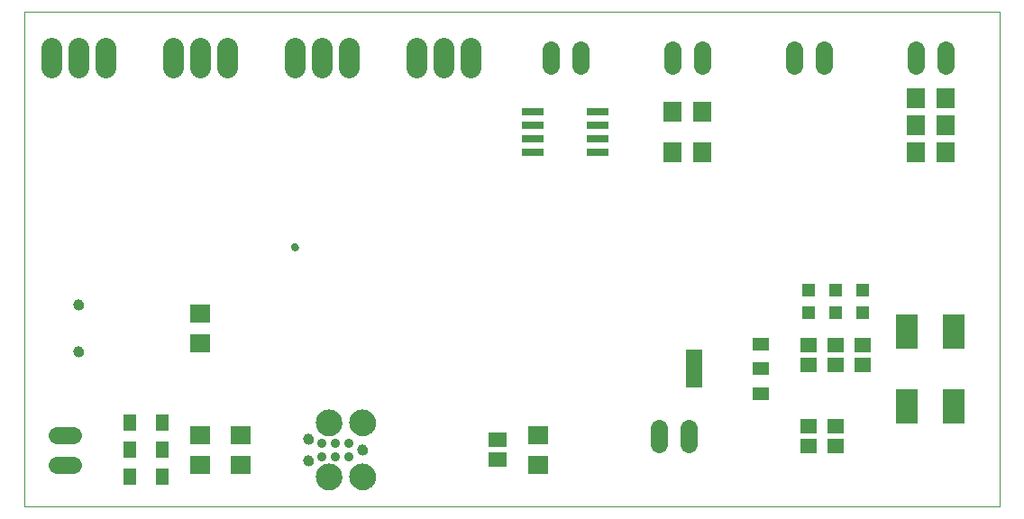
<source format=gbs>
G75*
%MOIN*%
%OFA0B0*%
%FSLAX24Y24*%
%IPPOS*%
%LPD*%
%AMOC8*
5,1,8,0,0,1.08239X$1,22.5*
%
%ADD10C,0.0000*%
%ADD11C,0.0276*%
%ADD12C,0.0350*%
%ADD13C,0.0390*%
%ADD14C,0.0975*%
%ADD15R,0.0749X0.0670*%
%ADD16R,0.0512X0.0591*%
%ADD17R,0.0670X0.0552*%
%ADD18C,0.0394*%
%ADD19R,0.0631X0.0552*%
%ADD20R,0.0512X0.0512*%
%ADD21R,0.0790X0.1290*%
%ADD22C,0.0640*%
%ADD23R,0.0670X0.0749*%
%ADD24R,0.0840X0.0300*%
%ADD25R,0.0591X0.0512*%
%ADD26R,0.0591X0.1418*%
%ADD27C,0.0780*%
D10*
X003100Y000158D02*
X003100Y018454D01*
X039170Y018454D01*
X039170Y000158D01*
X003100Y000158D01*
X004923Y005892D02*
X004925Y005918D01*
X004931Y005944D01*
X004941Y005969D01*
X004954Y005992D01*
X004970Y006012D01*
X004990Y006030D01*
X005012Y006045D01*
X005035Y006057D01*
X005061Y006065D01*
X005087Y006069D01*
X005113Y006069D01*
X005139Y006065D01*
X005165Y006057D01*
X005189Y006045D01*
X005210Y006030D01*
X005230Y006012D01*
X005246Y005992D01*
X005259Y005969D01*
X005269Y005944D01*
X005275Y005918D01*
X005277Y005892D01*
X005275Y005866D01*
X005269Y005840D01*
X005259Y005815D01*
X005246Y005792D01*
X005230Y005772D01*
X005210Y005754D01*
X005188Y005739D01*
X005165Y005727D01*
X005139Y005719D01*
X005113Y005715D01*
X005087Y005715D01*
X005061Y005719D01*
X005035Y005727D01*
X005011Y005739D01*
X004990Y005754D01*
X004970Y005772D01*
X004954Y005792D01*
X004941Y005815D01*
X004931Y005840D01*
X004925Y005866D01*
X004923Y005892D01*
X004923Y007624D02*
X004925Y007650D01*
X004931Y007676D01*
X004941Y007701D01*
X004954Y007724D01*
X004970Y007744D01*
X004990Y007762D01*
X005012Y007777D01*
X005035Y007789D01*
X005061Y007797D01*
X005087Y007801D01*
X005113Y007801D01*
X005139Y007797D01*
X005165Y007789D01*
X005189Y007777D01*
X005210Y007762D01*
X005230Y007744D01*
X005246Y007724D01*
X005259Y007701D01*
X005269Y007676D01*
X005275Y007650D01*
X005277Y007624D01*
X005275Y007598D01*
X005269Y007572D01*
X005259Y007547D01*
X005246Y007524D01*
X005230Y007504D01*
X005210Y007486D01*
X005188Y007471D01*
X005165Y007459D01*
X005139Y007451D01*
X005113Y007447D01*
X005087Y007447D01*
X005061Y007451D01*
X005035Y007459D01*
X005011Y007471D01*
X004990Y007486D01*
X004970Y007504D01*
X004954Y007524D01*
X004941Y007547D01*
X004931Y007572D01*
X004925Y007598D01*
X004923Y007624D01*
X012982Y009758D02*
X012984Y009779D01*
X012990Y009799D01*
X012999Y009819D01*
X013011Y009836D01*
X013026Y009850D01*
X013044Y009862D01*
X013064Y009870D01*
X013084Y009875D01*
X013105Y009876D01*
X013126Y009873D01*
X013146Y009867D01*
X013165Y009856D01*
X013182Y009843D01*
X013195Y009827D01*
X013206Y009809D01*
X013214Y009789D01*
X013218Y009769D01*
X013218Y009747D01*
X013214Y009727D01*
X013206Y009707D01*
X013195Y009689D01*
X013182Y009673D01*
X013165Y009660D01*
X013146Y009649D01*
X013126Y009643D01*
X013105Y009640D01*
X013084Y009641D01*
X013064Y009646D01*
X013044Y009654D01*
X013026Y009666D01*
X013011Y009680D01*
X012999Y009697D01*
X012990Y009717D01*
X012984Y009737D01*
X012982Y009758D01*
X013883Y003258D02*
X013885Y003301D01*
X013891Y003344D01*
X013901Y003386D01*
X013915Y003427D01*
X013932Y003466D01*
X013953Y003504D01*
X013977Y003539D01*
X014005Y003573D01*
X014035Y003603D01*
X014069Y003631D01*
X014104Y003655D01*
X014142Y003676D01*
X014181Y003693D01*
X014222Y003707D01*
X014264Y003717D01*
X014307Y003723D01*
X014350Y003725D01*
X014393Y003723D01*
X014436Y003717D01*
X014478Y003707D01*
X014519Y003693D01*
X014558Y003676D01*
X014596Y003655D01*
X014631Y003631D01*
X014665Y003603D01*
X014695Y003573D01*
X014723Y003539D01*
X014747Y003504D01*
X014768Y003466D01*
X014785Y003427D01*
X014799Y003386D01*
X014809Y003344D01*
X014815Y003301D01*
X014817Y003258D01*
X014815Y003215D01*
X014809Y003172D01*
X014799Y003130D01*
X014785Y003089D01*
X014768Y003050D01*
X014747Y003012D01*
X014723Y002977D01*
X014695Y002943D01*
X014665Y002913D01*
X014631Y002885D01*
X014596Y002861D01*
X014558Y002840D01*
X014519Y002823D01*
X014478Y002809D01*
X014436Y002799D01*
X014393Y002793D01*
X014350Y002791D01*
X014307Y002793D01*
X014264Y002799D01*
X014222Y002809D01*
X014181Y002823D01*
X014142Y002840D01*
X014104Y002861D01*
X014069Y002885D01*
X014035Y002913D01*
X014005Y002943D01*
X013977Y002977D01*
X013953Y003012D01*
X013932Y003050D01*
X013915Y003089D01*
X013901Y003130D01*
X013891Y003172D01*
X013885Y003215D01*
X013883Y003258D01*
X013425Y002658D02*
X013427Y002684D01*
X013433Y002710D01*
X013442Y002734D01*
X013455Y002757D01*
X013472Y002777D01*
X013491Y002795D01*
X013513Y002810D01*
X013536Y002821D01*
X013561Y002829D01*
X013587Y002833D01*
X013613Y002833D01*
X013639Y002829D01*
X013664Y002821D01*
X013688Y002810D01*
X013709Y002795D01*
X013728Y002777D01*
X013745Y002757D01*
X013758Y002734D01*
X013767Y002710D01*
X013773Y002684D01*
X013775Y002658D01*
X013773Y002632D01*
X013767Y002606D01*
X013758Y002582D01*
X013745Y002559D01*
X013728Y002539D01*
X013709Y002521D01*
X013687Y002506D01*
X013664Y002495D01*
X013639Y002487D01*
X013613Y002483D01*
X013587Y002483D01*
X013561Y002487D01*
X013536Y002495D01*
X013512Y002506D01*
X013491Y002521D01*
X013472Y002539D01*
X013455Y002559D01*
X013442Y002582D01*
X013433Y002606D01*
X013427Y002632D01*
X013425Y002658D01*
X013425Y001858D02*
X013427Y001884D01*
X013433Y001910D01*
X013442Y001934D01*
X013455Y001957D01*
X013472Y001977D01*
X013491Y001995D01*
X013513Y002010D01*
X013536Y002021D01*
X013561Y002029D01*
X013587Y002033D01*
X013613Y002033D01*
X013639Y002029D01*
X013664Y002021D01*
X013688Y002010D01*
X013709Y001995D01*
X013728Y001977D01*
X013745Y001957D01*
X013758Y001934D01*
X013767Y001910D01*
X013773Y001884D01*
X013775Y001858D01*
X013773Y001832D01*
X013767Y001806D01*
X013758Y001782D01*
X013745Y001759D01*
X013728Y001739D01*
X013709Y001721D01*
X013687Y001706D01*
X013664Y001695D01*
X013639Y001687D01*
X013613Y001683D01*
X013587Y001683D01*
X013561Y001687D01*
X013536Y001695D01*
X013512Y001706D01*
X013491Y001721D01*
X013472Y001739D01*
X013455Y001759D01*
X013442Y001782D01*
X013433Y001806D01*
X013427Y001832D01*
X013425Y001858D01*
X013883Y001258D02*
X013885Y001301D01*
X013891Y001344D01*
X013901Y001386D01*
X013915Y001427D01*
X013932Y001466D01*
X013953Y001504D01*
X013977Y001539D01*
X014005Y001573D01*
X014035Y001603D01*
X014069Y001631D01*
X014104Y001655D01*
X014142Y001676D01*
X014181Y001693D01*
X014222Y001707D01*
X014264Y001717D01*
X014307Y001723D01*
X014350Y001725D01*
X014393Y001723D01*
X014436Y001717D01*
X014478Y001707D01*
X014519Y001693D01*
X014558Y001676D01*
X014596Y001655D01*
X014631Y001631D01*
X014665Y001603D01*
X014695Y001573D01*
X014723Y001539D01*
X014747Y001504D01*
X014768Y001466D01*
X014785Y001427D01*
X014799Y001386D01*
X014809Y001344D01*
X014815Y001301D01*
X014817Y001258D01*
X014815Y001215D01*
X014809Y001172D01*
X014799Y001130D01*
X014785Y001089D01*
X014768Y001050D01*
X014747Y001012D01*
X014723Y000977D01*
X014695Y000943D01*
X014665Y000913D01*
X014631Y000885D01*
X014596Y000861D01*
X014558Y000840D01*
X014519Y000823D01*
X014478Y000809D01*
X014436Y000799D01*
X014393Y000793D01*
X014350Y000791D01*
X014307Y000793D01*
X014264Y000799D01*
X014222Y000809D01*
X014181Y000823D01*
X014142Y000840D01*
X014104Y000861D01*
X014069Y000885D01*
X014035Y000913D01*
X014005Y000943D01*
X013977Y000977D01*
X013953Y001012D01*
X013932Y001050D01*
X013915Y001089D01*
X013901Y001130D01*
X013891Y001172D01*
X013885Y001215D01*
X013883Y001258D01*
X015133Y001258D02*
X015135Y001301D01*
X015141Y001344D01*
X015151Y001386D01*
X015165Y001427D01*
X015182Y001466D01*
X015203Y001504D01*
X015227Y001539D01*
X015255Y001573D01*
X015285Y001603D01*
X015319Y001631D01*
X015354Y001655D01*
X015392Y001676D01*
X015431Y001693D01*
X015472Y001707D01*
X015514Y001717D01*
X015557Y001723D01*
X015600Y001725D01*
X015643Y001723D01*
X015686Y001717D01*
X015728Y001707D01*
X015769Y001693D01*
X015808Y001676D01*
X015846Y001655D01*
X015881Y001631D01*
X015915Y001603D01*
X015945Y001573D01*
X015973Y001539D01*
X015997Y001504D01*
X016018Y001466D01*
X016035Y001427D01*
X016049Y001386D01*
X016059Y001344D01*
X016065Y001301D01*
X016067Y001258D01*
X016065Y001215D01*
X016059Y001172D01*
X016049Y001130D01*
X016035Y001089D01*
X016018Y001050D01*
X015997Y001012D01*
X015973Y000977D01*
X015945Y000943D01*
X015915Y000913D01*
X015881Y000885D01*
X015846Y000861D01*
X015808Y000840D01*
X015769Y000823D01*
X015728Y000809D01*
X015686Y000799D01*
X015643Y000793D01*
X015600Y000791D01*
X015557Y000793D01*
X015514Y000799D01*
X015472Y000809D01*
X015431Y000823D01*
X015392Y000840D01*
X015354Y000861D01*
X015319Y000885D01*
X015285Y000913D01*
X015255Y000943D01*
X015227Y000977D01*
X015203Y001012D01*
X015182Y001050D01*
X015165Y001089D01*
X015151Y001130D01*
X015141Y001172D01*
X015135Y001215D01*
X015133Y001258D01*
X015425Y002258D02*
X015427Y002284D01*
X015433Y002310D01*
X015442Y002334D01*
X015455Y002357D01*
X015472Y002377D01*
X015491Y002395D01*
X015513Y002410D01*
X015536Y002421D01*
X015561Y002429D01*
X015587Y002433D01*
X015613Y002433D01*
X015639Y002429D01*
X015664Y002421D01*
X015688Y002410D01*
X015709Y002395D01*
X015728Y002377D01*
X015745Y002357D01*
X015758Y002334D01*
X015767Y002310D01*
X015773Y002284D01*
X015775Y002258D01*
X015773Y002232D01*
X015767Y002206D01*
X015758Y002182D01*
X015745Y002159D01*
X015728Y002139D01*
X015709Y002121D01*
X015687Y002106D01*
X015664Y002095D01*
X015639Y002087D01*
X015613Y002083D01*
X015587Y002083D01*
X015561Y002087D01*
X015536Y002095D01*
X015512Y002106D01*
X015491Y002121D01*
X015472Y002139D01*
X015455Y002159D01*
X015442Y002182D01*
X015433Y002206D01*
X015427Y002232D01*
X015425Y002258D01*
X015133Y003258D02*
X015135Y003301D01*
X015141Y003344D01*
X015151Y003386D01*
X015165Y003427D01*
X015182Y003466D01*
X015203Y003504D01*
X015227Y003539D01*
X015255Y003573D01*
X015285Y003603D01*
X015319Y003631D01*
X015354Y003655D01*
X015392Y003676D01*
X015431Y003693D01*
X015472Y003707D01*
X015514Y003717D01*
X015557Y003723D01*
X015600Y003725D01*
X015643Y003723D01*
X015686Y003717D01*
X015728Y003707D01*
X015769Y003693D01*
X015808Y003676D01*
X015846Y003655D01*
X015881Y003631D01*
X015915Y003603D01*
X015945Y003573D01*
X015973Y003539D01*
X015997Y003504D01*
X016018Y003466D01*
X016035Y003427D01*
X016049Y003386D01*
X016059Y003344D01*
X016065Y003301D01*
X016067Y003258D01*
X016065Y003215D01*
X016059Y003172D01*
X016049Y003130D01*
X016035Y003089D01*
X016018Y003050D01*
X015997Y003012D01*
X015973Y002977D01*
X015945Y002943D01*
X015915Y002913D01*
X015881Y002885D01*
X015846Y002861D01*
X015808Y002840D01*
X015769Y002823D01*
X015728Y002809D01*
X015686Y002799D01*
X015643Y002793D01*
X015600Y002791D01*
X015557Y002793D01*
X015514Y002799D01*
X015472Y002809D01*
X015431Y002823D01*
X015392Y002840D01*
X015354Y002861D01*
X015319Y002885D01*
X015285Y002913D01*
X015255Y002943D01*
X015227Y002977D01*
X015203Y003012D01*
X015182Y003050D01*
X015165Y003089D01*
X015151Y003130D01*
X015141Y003172D01*
X015135Y003215D01*
X015133Y003258D01*
D11*
X013100Y009758D03*
D12*
X014100Y002508D03*
X014600Y002508D03*
X015100Y002508D03*
X015100Y002008D03*
X014600Y002008D03*
X014100Y002008D03*
D13*
X013600Y001858D03*
X013600Y002658D03*
X015600Y002258D03*
D14*
X015600Y001258D03*
X014350Y001258D03*
X014350Y003258D03*
X015600Y003258D03*
D15*
X011100Y002809D03*
X011100Y001707D03*
X009600Y001707D03*
X009600Y002809D03*
X009600Y006207D03*
X009600Y007309D03*
X022100Y002809D03*
X022100Y001707D03*
D16*
X008191Y001258D03*
X007009Y001258D03*
X007009Y002258D03*
X008191Y002258D03*
X008191Y003258D03*
X007009Y003258D03*
D17*
X020600Y002632D03*
X020600Y001884D03*
D18*
X005100Y005892D03*
X005100Y007624D03*
D19*
X032100Y006132D03*
X033100Y006132D03*
X034100Y006132D03*
X034100Y005384D03*
X033100Y005384D03*
X032100Y005384D03*
X032100Y003132D03*
X032100Y002384D03*
X033100Y002384D03*
X033100Y003132D03*
D20*
X033100Y007345D03*
X032100Y007345D03*
X032100Y008171D03*
X033100Y008171D03*
X034100Y008171D03*
X034100Y007345D03*
D21*
X035725Y006633D03*
X037475Y006633D03*
X037475Y003883D03*
X035725Y003883D03*
D22*
X027650Y003058D02*
X027650Y002458D01*
X026550Y002458D02*
X026550Y003058D01*
X027050Y016458D02*
X027050Y017058D01*
X028150Y017058D02*
X028150Y016458D01*
X031550Y016458D02*
X031550Y017058D01*
X032650Y017058D02*
X032650Y016458D01*
X036050Y016458D02*
X036050Y017058D01*
X037150Y017058D02*
X037150Y016458D01*
X023650Y016458D02*
X023650Y017058D01*
X022550Y017058D02*
X022550Y016458D01*
X004900Y002808D02*
X004300Y002808D01*
X004300Y001708D02*
X004900Y001708D01*
D23*
X027049Y013258D03*
X028151Y013258D03*
X028151Y014758D03*
X027049Y014758D03*
X036049Y014258D03*
X036049Y013258D03*
X037151Y013258D03*
X037151Y014258D03*
X037151Y015258D03*
X036049Y015258D03*
D24*
X024310Y014758D03*
X024310Y014258D03*
X024310Y013758D03*
X024310Y013258D03*
X021890Y013258D03*
X021890Y013758D03*
X021890Y014258D03*
X021890Y014758D03*
D25*
X030320Y006168D03*
X030320Y005258D03*
X030320Y004348D03*
D26*
X027880Y005258D03*
D27*
X019600Y016388D02*
X019600Y017128D01*
X018600Y017128D02*
X018600Y016388D01*
X017600Y016388D02*
X017600Y017128D01*
X015100Y017128D02*
X015100Y016388D01*
X014100Y016388D02*
X014100Y017128D01*
X013100Y017128D02*
X013100Y016388D01*
X010600Y016388D02*
X010600Y017128D01*
X009600Y017128D02*
X009600Y016388D01*
X008600Y016388D02*
X008600Y017128D01*
X006100Y017128D02*
X006100Y016388D01*
X005100Y016388D02*
X005100Y017128D01*
X004100Y017128D02*
X004100Y016388D01*
M02*

</source>
